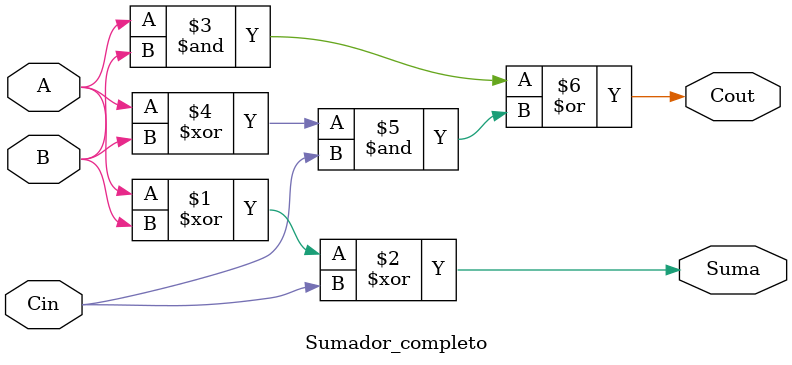
<source format=sv>
module Sumador_completo (
			input logic A,
			input logic B,
			input logic Cin,
			
			output logic Cout,
			output logic  Suma
);

assign Suma = (A ^ B) ^ Cin;

assign Cout = (A & B) | ((A ^ B) & Cin);

endmodule

</source>
